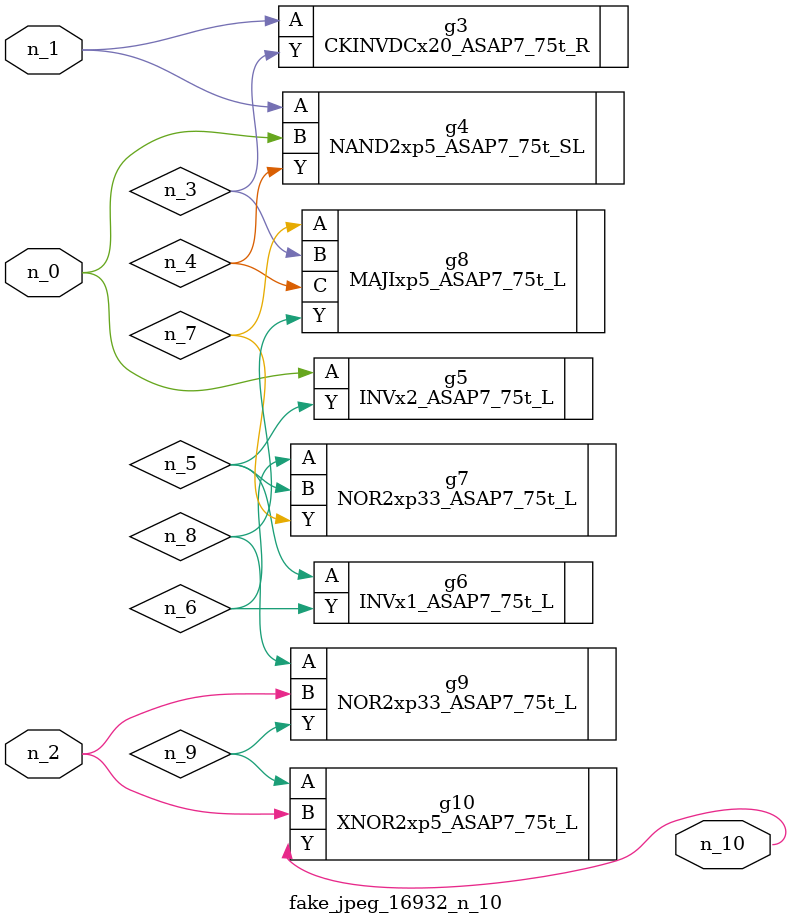
<source format=v>
module fake_jpeg_16932_n_10 (n_0, n_2, n_1, n_10);

input n_0;
input n_2;
input n_1;

output n_10;

wire n_3;
wire n_4;
wire n_8;
wire n_9;
wire n_6;
wire n_5;
wire n_7;

CKINVDCx20_ASAP7_75t_R g3 ( 
.A(n_1),
.Y(n_3)
);

NAND2xp5_ASAP7_75t_SL g4 ( 
.A(n_1),
.B(n_0),
.Y(n_4)
);

INVx2_ASAP7_75t_L g5 ( 
.A(n_0),
.Y(n_5)
);

INVx1_ASAP7_75t_L g6 ( 
.A(n_5),
.Y(n_6)
);

NOR2xp33_ASAP7_75t_L g7 ( 
.A(n_6),
.B(n_5),
.Y(n_7)
);

MAJIxp5_ASAP7_75t_L g8 ( 
.A(n_7),
.B(n_3),
.C(n_4),
.Y(n_8)
);

NOR2xp33_ASAP7_75t_L g9 ( 
.A(n_8),
.B(n_2),
.Y(n_9)
);

XNOR2xp5_ASAP7_75t_L g10 ( 
.A(n_9),
.B(n_2),
.Y(n_10)
);


endmodule
</source>
